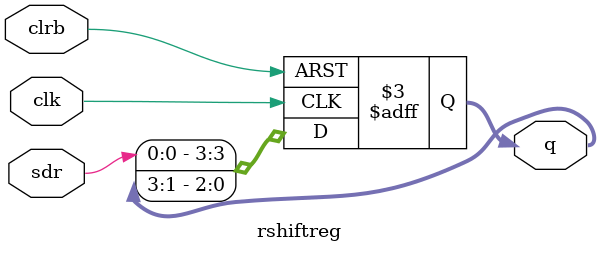
<source format=v>
module rshiftreg(input clk,input clrb,input sdr,output reg [3:0]q);
always @(posedge(clk),negedge(clrb))
if(~clrb)
q<=4'b0000;
else
q<={sdr,q[3:1]};
endmodule

</source>
